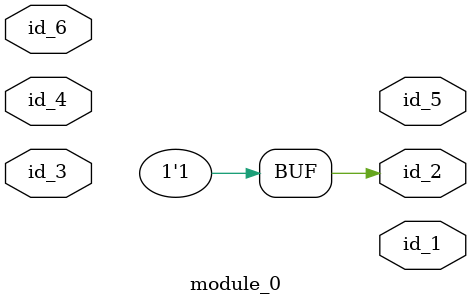
<source format=v>
module module_0 (
    id_1,
    id_2,
    id_3,
    id_4,
    id_5,
    id_6
);
  input id_6;
  output id_5;
  input id_4;
  input id_3;
  output id_2;
  output id_1;
  always @(*) begin
    id_2 = 1;
  end
endmodule

</source>
